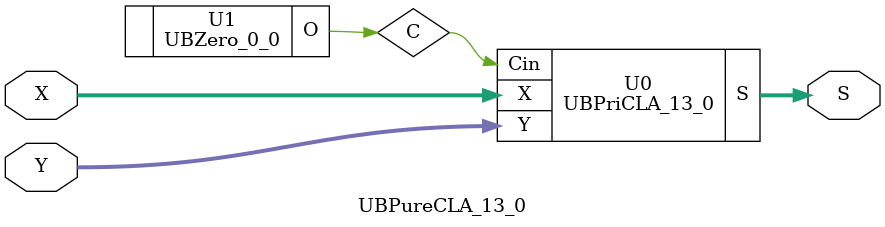
<source format=v>
/*----------------------------------------------------------------------------
  Copyright (c) 2021 Homma laboratory. All rights reserved.

  Top module: UBCLA_13_0_13_0

  Operand-1 length: 14
  Operand-2 length: 14
  Two-operand addition algorithm: Carry look-ahead adder
----------------------------------------------------------------------------*/

module GPGenerator(Go, Po, A, B);
  output Go;
  output Po;
  input A;
  input B;
  assign Go = A & B;
  assign Po = A ^ B;
endmodule

module CLAUnit_14(C, G, P, Cin);
  output [14:1] C;
  input Cin;
  input [13:0] G;
  input [13:0] P;
  assign C[1] = G[0] | ( P[0] & Cin );
  assign C[2] = G[1] | ( P[1] & G[0] ) | ( P[1] & P[0] & Cin );
  assign C[3] = G[2] | ( P[2] & G[1] ) | ( P[2] & P[1] & G[0] ) | ( P[2] & P[1] & P[0] & Cin );
  assign C[4] = G[3] | ( P[3] & G[2] ) | ( P[3] & P[2] & G[1] ) | ( P[3] & P[2] & P[1] & G[0] ) | ( P[3] & P[2] & P[1] & P[0] & Cin );
  assign C[5] = G[4] | ( P[4] & G[3] ) | ( P[4] & P[3] & G[2] ) | ( P[4] & P[3] & P[2] & G[1] ) | ( P[4] & P[3] & P[2] & P[1] & G[0] ) | ( P[4] & P[3] & P[2] & P[1] & P[0] & Cin );
  assign C[6] = G[5] | ( P[5] & G[4] ) | ( P[5] & P[4] & G[3] ) | ( P[5] & P[4] & P[3] & G[2] ) | ( P[5] & P[4] & P[3] & P[2] & G[1] ) | ( P[5] & P[4] & P[3] & P[2] & P[1] & G[0] ) | ( P[5] & P[4] & P[3]
 & P[2] & P[1] & P[0] & Cin );
  assign C[7] = G[6] | ( P[6] & G[5] ) | ( P[6] & P[5] & G[4] ) | ( P[6] & P[5] & P[4] & G[3] ) | ( P[6] & P[5] & P[4] & P[3] & G[2] ) | ( P[6] & P[5] & P[4] & P[3] & P[2] & G[1] ) | ( P[6] & P[5] & P[4]
 & P[3] & P[2] & P[1] & G[0] ) | ( P[6] & P[5] & P[4] & P[3] & P[2] & P[1] & P[0] & Cin );
  assign C[8] = G[7] | ( P[7] & G[6] ) | ( P[7] & P[6] & G[5] ) | ( P[7] & P[6] & P[5] & G[4] ) | ( P[7] & P[6] & P[5] & P[4] & G[3] ) | ( P[7] & P[6] & P[5] & P[4] & P[3] & G[2] ) | ( P[7] & P[6] & P[5]
 & P[4] & P[3] & P[2] & G[1] ) | ( P[7] & P[6] & P[5] & P[4] & P[3] & P[2] & P[1] & G[0] ) | ( P[7] & P[6] & P[5] & P[4] & P[3] & P[2] & P[1] & P[0] & Cin );
  assign C[9] = G[8] | ( P[8] & G[7] ) | ( P[8] & P[7] & G[6] ) | ( P[8] & P[7] & P[6] & G[5] ) | ( P[8] & P[7] & P[6] & P[5] & G[4] ) | ( P[8] & P[7] & P[6] & P[5] & P[4] & G[3] ) | ( P[8] & P[7] & P[6]
 & P[5] & P[4] & P[3] & G[2] ) | ( P[8] & P[7] & P[6] & P[5] & P[4] & P[3] & P[2] & G[1] ) | ( P[8] & P[7] & P[6] & P[5] & P[4] & P[3] & P[2] & P[1] & G[0] ) | ( P[8] & P[7] & P[6] & P[5] & P[4] & P[3]
 & P[2] & P[1] & P[0] & Cin );
  assign C[10] = G[9] | ( P[9] & G[8] ) | ( P[9] & P[8] & G[7] ) | ( P[9] & P[8] & P[7] & G[6] ) | ( P[9] & P[8] & P[7] & P[6] & G[5] ) | ( P[9] & P[8] & P[7] & P[6] & P[5] & G[4] ) | ( P[9] & P[8] & P[7]
 & P[6] & P[5] & P[4] & G[3] ) | ( P[9] & P[8] & P[7] & P[6] & P[5] & P[4] & P[3] & G[2] ) | ( P[9] & P[8] & P[7] & P[6] & P[5] & P[4] & P[3] & P[2] & G[1] ) | ( P[9] & P[8] & P[7] & P[6] & P[5] & P[4]
 & P[3] & P[2] & P[1] & G[0] ) | ( P[9] & P[8] & P[7] & P[6] & P[5] & P[4] & P[3] & P[2] & P[1] & P[0] & Cin );
  assign C[11] = G[10] | ( P[10] & G[9] ) | ( P[10] & P[9] & G[8] ) | ( P[10] & P[9] & P[8] & G[7] ) | ( P[10] & P[9] & P[8] & P[7] & G[6] ) | ( P[10] & P[9] & P[8] & P[7] & P[6] & G[5] ) | ( P[10] & P[9]
 & P[8] & P[7] & P[6] & P[5] & G[4] ) | ( P[10] & P[9] & P[8] & P[7] & P[6] & P[5] & P[4] & G[3] ) | ( P[10] & P[9] & P[8] & P[7] & P[6] & P[5] & P[4] & P[3] & G[2] ) | ( P[10] & P[9] & P[8] & P[7] & P[6]
 & P[5] & P[4] & P[3] & P[2] & G[1] ) | ( P[10] & P[9] & P[8] & P[7] & P[6] & P[5] & P[4] & P[3] & P[2] & P[1] & G[0] ) | ( P[10] & P[9] & P[8] & P[7] & P[6] & P[5] & P[4] & P[3] & P[2] & P[1] & P[0] &
 Cin );
  assign C[12] = G[11] | ( P[11] & G[10] ) | ( P[11] & P[10] & G[9] ) | ( P[11] & P[10] & P[9] & G[8] ) | ( P[11] & P[10] & P[9] & P[8] & G[7] ) | ( P[11] & P[10] & P[9] & P[8] & P[7] & G[6] ) | ( P[11]
 & P[10] & P[9] & P[8] & P[7] & P[6] & G[5] ) | ( P[11] & P[10] & P[9] & P[8] & P[7] & P[6] & P[5] & G[4] ) | ( P[11] & P[10] & P[9] & P[8] & P[7] & P[6] & P[5] & P[4] & G[3] ) | ( P[11] & P[10] & P[9]
 & P[8] & P[7] & P[6] & P[5] & P[4] & P[3] & G[2] ) | ( P[11] & P[10] & P[9] & P[8] & P[7] & P[6] & P[5] & P[4] & P[3] & P[2] & G[1] ) | ( P[11] & P[10] & P[9] & P[8] & P[7] & P[6] & P[5] & P[4] & P[3]
 & P[2] & P[1] & G[0] ) | ( P[11] & P[10] & P[9] & P[8] & P[7] & P[6] & P[5] & P[4] & P[3] & P[2] & P[1] & P[0] & Cin );
  assign C[13] = G[12] | ( P[12] & G[11] ) | ( P[12] & P[11] & G[10] ) | ( P[12] & P[11] & P[10] & G[9] ) | ( P[12] & P[11] & P[10] & P[9] & G[8] ) | ( P[12] & P[11] & P[10] & P[9] & P[8] & G[7] ) | ( P[12]
 & P[11] & P[10] & P[9] & P[8] & P[7] & G[6] ) | ( P[12] & P[11] & P[10] & P[9] & P[8] & P[7] & P[6] & G[5] ) | ( P[12] & P[11] & P[10] & P[9] & P[8] & P[7] & P[6] & P[5] & G[4] ) | ( P[12] & P[11] & P[10]
 & P[9] & P[8] & P[7] & P[6] & P[5] & P[4] & G[3] ) | ( P[12] & P[11] & P[10] & P[9] & P[8] & P[7] & P[6] & P[5] & P[4] & P[3] & G[2] ) | ( P[12] & P[11] & P[10] & P[9] & P[8] & P[7] & P[6] & P[5] & P[4]
 & P[3] & P[2] & G[1] ) | ( P[12] & P[11] & P[10] & P[9] & P[8] & P[7] & P[6] & P[5] & P[4] & P[3] & P[2] & P[1] & G[0] ) | ( P[12] & P[11] & P[10] & P[9] & P[8] & P[7] & P[6] & P[5] & P[4] & P[3] & P[2]
 & P[1] & P[0] & Cin );
  assign C[14] = G[13] | ( P[13] & G[12] ) | ( P[13] & P[12] & G[11] ) | ( P[13] & P[12] & P[11] & G[10] ) | ( P[13] & P[12] & P[11] & P[10] & G[9] ) | ( P[13] & P[12] & P[11] & P[10] & P[9] & G[8] ) |
 ( P[13] & P[12] & P[11] & P[10] & P[9] & P[8] & G[7] ) | ( P[13] & P[12] & P[11] & P[10] & P[9] & P[8] & P[7] & G[6] ) | ( P[13] & P[12] & P[11] & P[10] & P[9] & P[8] & P[7] & P[6] & G[5] ) | ( P[13] &
 P[12] & P[11] & P[10] & P[9] & P[8] & P[7] & P[6] & P[5] & G[4] ) | ( P[13] & P[12] & P[11] & P[10] & P[9] & P[8] & P[7] & P[6] & P[5] & P[4] & G[3] ) | ( P[13] & P[12] & P[11] & P[10] & P[9] & P[8] &
 P[7] & P[6] & P[5] & P[4] & P[3] & G[2] ) | ( P[13] & P[12] & P[11] & P[10] & P[9] & P[8] & P[7] & P[6] & P[5] & P[4] & P[3] & P[2] & G[1] ) | ( P[13] & P[12] & P[11] & P[10] & P[9] & P[8] & P[7] & P[6]
 & P[5] & P[4] & P[3] & P[2] & P[1] & G[0] ) | ( P[13] & P[12] & P[11] & P[10] & P[9] & P[8] & P[7] & P[6] & P[5] & P[4] & P[3] & P[2] & P[1] & P[0] & Cin );
endmodule

module UBPriCLA_13_0(S, X, Y, Cin);
  output [14:0] S;
  input Cin;
  input [13:0] X;
  input [13:0] Y;
  wire [14:1] C;
  wire [13:0] G;
  wire [13:0] P;
  assign S[0] = Cin ^ P[0];
  assign S[1] = C[1] ^ P[1];
  assign S[2] = C[2] ^ P[2];
  assign S[3] = C[3] ^ P[3];
  assign S[4] = C[4] ^ P[4];
  assign S[5] = C[5] ^ P[5];
  assign S[6] = C[6] ^ P[6];
  assign S[7] = C[7] ^ P[7];
  assign S[8] = C[8] ^ P[8];
  assign S[9] = C[9] ^ P[9];
  assign S[10] = C[10] ^ P[10];
  assign S[11] = C[11] ^ P[11];
  assign S[12] = C[12] ^ P[12];
  assign S[13] = C[13] ^ P[13];
  assign S[14] = C[14];
  GPGenerator U0 (G[0], P[0], X[0], Y[0]);
  GPGenerator U1 (G[1], P[1], X[1], Y[1]);
  GPGenerator U2 (G[2], P[2], X[2], Y[2]);
  GPGenerator U3 (G[3], P[3], X[3], Y[3]);
  GPGenerator U4 (G[4], P[4], X[4], Y[4]);
  GPGenerator U5 (G[5], P[5], X[5], Y[5]);
  GPGenerator U6 (G[6], P[6], X[6], Y[6]);
  GPGenerator U7 (G[7], P[7], X[7], Y[7]);
  GPGenerator U8 (G[8], P[8], X[8], Y[8]);
  GPGenerator U9 (G[9], P[9], X[9], Y[9]);
  GPGenerator U10 (G[10], P[10], X[10], Y[10]);
  GPGenerator U11 (G[11], P[11], X[11], Y[11]);
  GPGenerator U12 (G[12], P[12], X[12], Y[12]);
  GPGenerator U13 (G[13], P[13], X[13], Y[13]);
  CLAUnit_14 U14 (C, G, P, Cin);
endmodule

module UBZero_0_0(O);
  output [0:0] O;
  assign O[0] = 0;
endmodule

module UBCLA_13_0_13_0 (S, X, Y);
  output [14:0] S;
  input [13:0] X;
  input [13:0] Y;
  UBPureCLA_13_0 U0 (S[14:0], X[13:0], Y[13:0]);
endmodule

module UBPureCLA_13_0 (S, X, Y);
  output [14:0] S;
  input [13:0] X;
  input [13:0] Y;
  wire C;
  UBPriCLA_13_0 U0 (S, X, Y, C);
  UBZero_0_0 U1 (C);
endmodule


</source>
